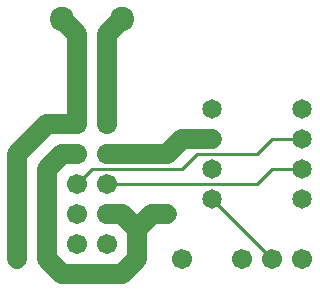
<source format=gbl>
%MOIN*%
%FSLAX25Y25*%
G04 D10 used for Character Trace; *
G04     Circle (OD=.01000) (No hole)*
G04 D11 used for Power Trace; *
G04     Circle (OD=.06500) (No hole)*
G04 D12 used for Signal Trace; *
G04     Circle (OD=.01100) (No hole)*
G04 D13 used for Via; *
G04     Circle (OD=.05800) (Round. Hole ID=.02800)*
G04 D14 used for Component hole; *
G04     Circle (OD=.06500) (Round. Hole ID=.03500)*
G04 D15 used for Component hole; *
G04     Circle (OD=.06700) (Round. Hole ID=.04300)*
G04 D16 used for Component hole; *
G04     Circle (OD=.08100) (Round. Hole ID=.05100)*
G04 D17 used for Component hole; *
G04     Circle (OD=.08900) (Round. Hole ID=.05900)*
G04 D18 used for Component hole; *
G04     Circle (OD=.11300) (Round. Hole ID=.08300)*
G04 D19 used for Component hole; *
G04     Circle (OD=.16000) (Round. Hole ID=.13000)*
G04 D20 used for Component hole; *
G04     Circle (OD=.18300) (Round. Hole ID=.15300)*
G04 D21 used for Component hole; *
G04     Circle (OD=.22291) (Round. Hole ID=.19291)*
%ADD10C,.01000*%
%ADD11C,.06500*%
%ADD12C,.01100*%
%ADD13C,.05800*%
%ADD14C,.06500*%
%ADD15C,.06700*%
%ADD16C,.08100*%
%ADD17C,.08900*%
%ADD18C,.11300*%
%ADD19C,.16000*%
%ADD20C,.18300*%
%ADD21C,.22291*%
%IPPOS*%
%LPD*%
G90*X0Y0D02*D13*X5000Y10000D03*D11*Y45000D01*     
X15000Y55000D01*X25000D01*D15*D03*D11*Y85000D01*  
X20000Y90000D01*D16*D03*D11*X35000Y55000D02*      
Y85000D01*D15*Y55000D03*X25000Y45000D03*D11*      
X20000D01*X15000Y40000D01*Y10000D01*              
X20000Y5000D01*X40000D01*X45000Y10000D01*         
Y20000D01*X50000Y25000D01*X55000D01*D14*D03*D11*  
X45000Y20000D02*X40000Y25000D01*X35000D01*D15*D03*
X25000Y35000D03*D12*X30000Y40000D01*X60000D01*    
X65000Y45000D01*X85000D01*X90000Y50000D01*        
X100000D01*D14*D03*D12*X85000Y35000D02*           
X90000Y40000D01*X35000Y35000D02*X85000D01*D15*    
X35000D03*X25000Y25000D03*X35000Y45000D03*D11*    
X55000D01*D14*D03*D11*X60000Y50000D01*X70000D01*  
D14*D03*Y60000D03*Y40000D03*D12*X90000D02*        
X100000D01*D14*D03*Y30000D03*Y60000D03*D15*       
X80000Y10000D03*X90000D03*D12*X70000Y30000D01*D14*
D03*D15*X60000Y10000D03*X100000D03*               
X35000Y15000D03*X25000D03*D11*X35000Y85000D02*    
X40000Y90000D01*D16*D03*M02*                      

</source>
